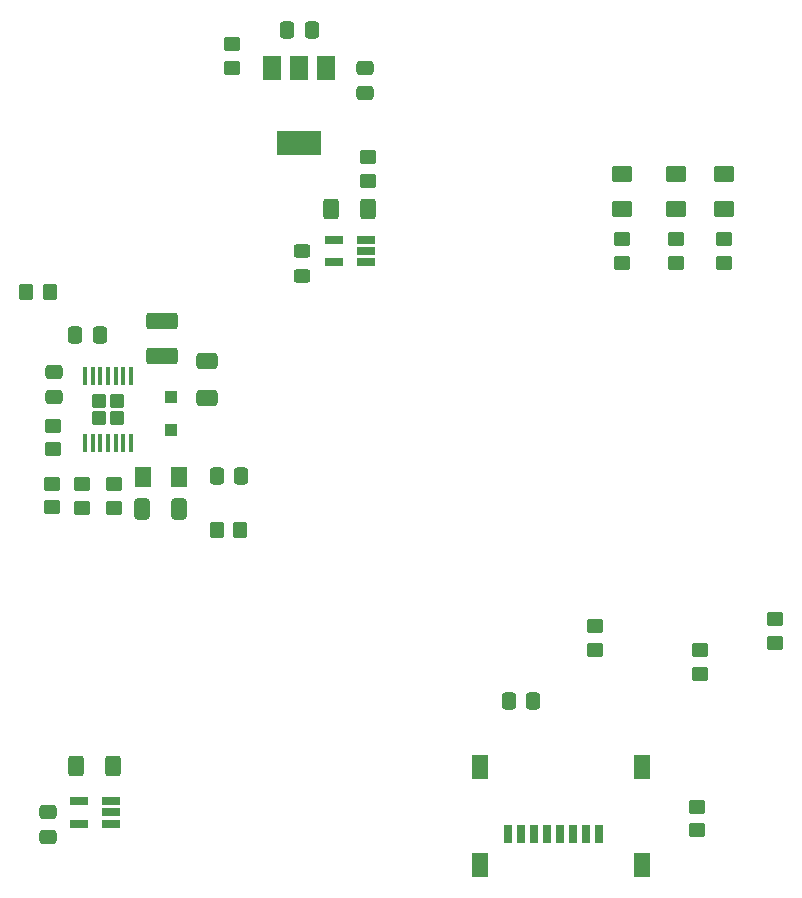
<source format=gtp>
G04 #@! TF.GenerationSoftware,KiCad,Pcbnew,(6.0.1)*
G04 #@! TF.CreationDate,2022-05-22T14:08:20-04:00*
G04 #@! TF.ProjectId,payload2020_papa_board,7061796c-6f61-4643-9230-32305f706170,rev?*
G04 #@! TF.SameCoordinates,Original*
G04 #@! TF.FileFunction,Paste,Top*
G04 #@! TF.FilePolarity,Positive*
%FSLAX46Y46*%
G04 Gerber Fmt 4.6, Leading zero omitted, Abs format (unit mm)*
G04 Created by KiCad (PCBNEW (6.0.1)) date 2022-05-22 14:08:20*
%MOMM*%
%LPD*%
G01*
G04 APERTURE LIST*
G04 Aperture macros list*
%AMRoundRect*
0 Rectangle with rounded corners*
0 $1 Rounding radius*
0 $2 $3 $4 $5 $6 $7 $8 $9 X,Y pos of 4 corners*
0 Add a 4 corners polygon primitive as box body*
4,1,4,$2,$3,$4,$5,$6,$7,$8,$9,$2,$3,0*
0 Add four circle primitives for the rounded corners*
1,1,$1+$1,$2,$3*
1,1,$1+$1,$4,$5*
1,1,$1+$1,$6,$7*
1,1,$1+$1,$8,$9*
0 Add four rect primitives between the rounded corners*
20,1,$1+$1,$2,$3,$4,$5,0*
20,1,$1+$1,$4,$5,$6,$7,0*
20,1,$1+$1,$6,$7,$8,$9,0*
20,1,$1+$1,$8,$9,$2,$3,0*%
G04 Aperture macros list end*
%ADD10RoundRect,0.250000X0.475000X-0.337500X0.475000X0.337500X-0.475000X0.337500X-0.475000X-0.337500X0*%
%ADD11R,1.100000X1.100000*%
%ADD12RoundRect,0.250000X-1.075000X0.462500X-1.075000X-0.462500X1.075000X-0.462500X1.075000X0.462500X0*%
%ADD13RoundRect,0.249999X-0.450001X0.350001X-0.450001X-0.350001X0.450001X-0.350001X0.450001X0.350001X0*%
%ADD14RoundRect,0.249999X0.450001X-0.350001X0.450001X0.350001X-0.450001X0.350001X-0.450001X-0.350001X0*%
%ADD15RoundRect,0.250001X-0.374999X0.354999X-0.374999X-0.354999X0.374999X-0.354999X0.374999X0.354999X0*%
%ADD16RoundRect,0.100000X-0.100000X0.687500X-0.100000X-0.687500X0.100000X-0.687500X0.100000X0.687500X0*%
%ADD17RoundRect,0.250000X-0.475000X0.337500X-0.475000X-0.337500X0.475000X-0.337500X0.475000X0.337500X0*%
%ADD18R,1.560000X0.650000*%
%ADD19RoundRect,0.250000X0.337500X0.475000X-0.337500X0.475000X-0.337500X-0.475000X0.337500X-0.475000X0*%
%ADD20R,1.500000X2.000000*%
%ADD21R,3.800000X2.000000*%
%ADD22RoundRect,0.249999X-0.400001X-0.625001X0.400001X-0.625001X0.400001X0.625001X-0.400001X0.625001X0*%
%ADD23RoundRect,0.249997X0.412503X0.650003X-0.412503X0.650003X-0.412503X-0.650003X0.412503X-0.650003X0*%
%ADD24RoundRect,0.249997X-0.650003X0.412503X-0.650003X-0.412503X0.650003X-0.412503X0.650003X0.412503X0*%
%ADD25RoundRect,0.250000X-0.625000X0.462500X-0.625000X-0.462500X0.625000X-0.462500X0.625000X0.462500X0*%
%ADD26RoundRect,0.250000X-0.450000X0.325000X-0.450000X-0.325000X0.450000X-0.325000X0.450000X0.325000X0*%
%ADD27RoundRect,0.250001X0.462499X0.624999X-0.462499X0.624999X-0.462499X-0.624999X0.462499X-0.624999X0*%
%ADD28RoundRect,0.250000X0.450000X-0.350000X0.450000X0.350000X-0.450000X0.350000X-0.450000X-0.350000X0*%
%ADD29RoundRect,0.250000X-0.350000X-0.450000X0.350000X-0.450000X0.350000X0.450000X-0.350000X0.450000X0*%
%ADD30RoundRect,0.250000X-0.450000X0.350000X-0.450000X-0.350000X0.450000X-0.350000X0.450000X0.350000X0*%
%ADD31RoundRect,0.250000X-0.337500X-0.475000X0.337500X-0.475000X0.337500X0.475000X-0.337500X0.475000X0*%
%ADD32R,0.800000X1.500000*%
%ADD33R,1.450000X2.000000*%
G04 APERTURE END LIST*
D10*
X14904083Y-38757210D03*
X14904083Y-36682210D03*
D11*
X24835483Y-41559010D03*
X24835483Y-38759010D03*
D12*
X24098883Y-32335610D03*
X24098883Y-35310610D03*
D13*
X19981543Y-46167330D03*
X19981543Y-48167330D03*
D14*
X17322163Y-48176730D03*
X17322163Y-46176730D03*
D15*
X18726483Y-39076730D03*
X18726483Y-40576730D03*
X20276483Y-39076730D03*
X20276483Y-40576730D03*
D16*
X21451483Y-36964230D03*
X20801483Y-36964230D03*
X20151483Y-36964230D03*
X19501483Y-36964230D03*
X18851483Y-36964230D03*
X18201483Y-36964230D03*
X17551483Y-36964230D03*
X17551483Y-42689230D03*
X18201483Y-42689230D03*
X18851483Y-42689230D03*
X19501483Y-42689230D03*
X20151483Y-42689230D03*
X20801483Y-42689230D03*
X21451483Y-42689230D03*
D17*
X14467840Y-73941620D03*
X14467840Y-76016620D03*
D18*
X19728180Y-74886540D03*
X19728180Y-73936540D03*
X19728180Y-72986540D03*
X17028180Y-72986540D03*
X17028180Y-74886540D03*
D19*
X36742400Y-7655640D03*
X34667400Y-7655640D03*
D18*
X41331860Y-27352900D03*
X41331860Y-26402900D03*
X41331860Y-25452900D03*
X38631860Y-25452900D03*
X38631860Y-27352900D03*
D20*
X38001000Y-10942000D03*
X35701000Y-10942000D03*
D21*
X35701000Y-17242000D03*
D20*
X33401000Y-10942000D03*
D17*
X41235660Y-10938680D03*
X41235660Y-13013680D03*
D22*
X16821820Y-69997000D03*
X19921820Y-69997000D03*
X38422960Y-22851940D03*
X41522960Y-22851940D03*
D23*
X25539863Y-48284930D03*
X22414863Y-48284930D03*
D24*
X27875863Y-35749630D03*
X27875863Y-38874630D03*
D19*
X18817500Y-33528000D03*
X16742500Y-33528000D03*
D25*
X67564000Y-19848500D03*
X67564000Y-22823500D03*
X71628000Y-19848500D03*
X71628000Y-22823500D03*
X62992000Y-19848500D03*
X62992000Y-22823500D03*
D14*
X67564000Y-27416000D03*
X67564000Y-25416000D03*
X71628000Y-27416000D03*
X71628000Y-25416000D03*
X62992000Y-27416000D03*
X62992000Y-25416000D03*
D26*
X35910640Y-26446440D03*
X35910640Y-28496440D03*
D27*
X25483923Y-45556210D03*
X22508923Y-45556210D03*
D13*
X14853283Y-41203410D03*
X14853283Y-43203410D03*
X14789783Y-46097990D03*
X14789783Y-48097990D03*
D28*
X69596000Y-62214000D03*
X69596000Y-60214000D03*
X69342000Y-75442000D03*
X69342000Y-73442000D03*
D29*
X28718000Y-50038000D03*
X30718000Y-50038000D03*
D30*
X75946000Y-57567000D03*
X75946000Y-59567000D03*
D31*
X28702000Y-45486000D03*
X30777000Y-45486000D03*
D28*
X60706000Y-60182000D03*
X60706000Y-58182000D03*
D19*
X55524152Y-64500000D03*
X53449152Y-64500000D03*
D32*
X61069159Y-75775096D03*
X59969159Y-75775096D03*
X58859159Y-75775096D03*
X57769159Y-75775096D03*
X56669159Y-75765096D03*
X55569159Y-75775096D03*
X54469159Y-75775096D03*
X53369159Y-75775096D03*
D33*
X64739159Y-70075096D03*
X50989159Y-78375096D03*
X64739159Y-78375096D03*
X50989159Y-70075096D03*
D30*
X30005460Y-8906000D03*
X30005460Y-10906000D03*
D29*
X12585063Y-29869930D03*
X14585063Y-29869930D03*
D30*
X41529000Y-18467000D03*
X41529000Y-20467000D03*
M02*

</source>
